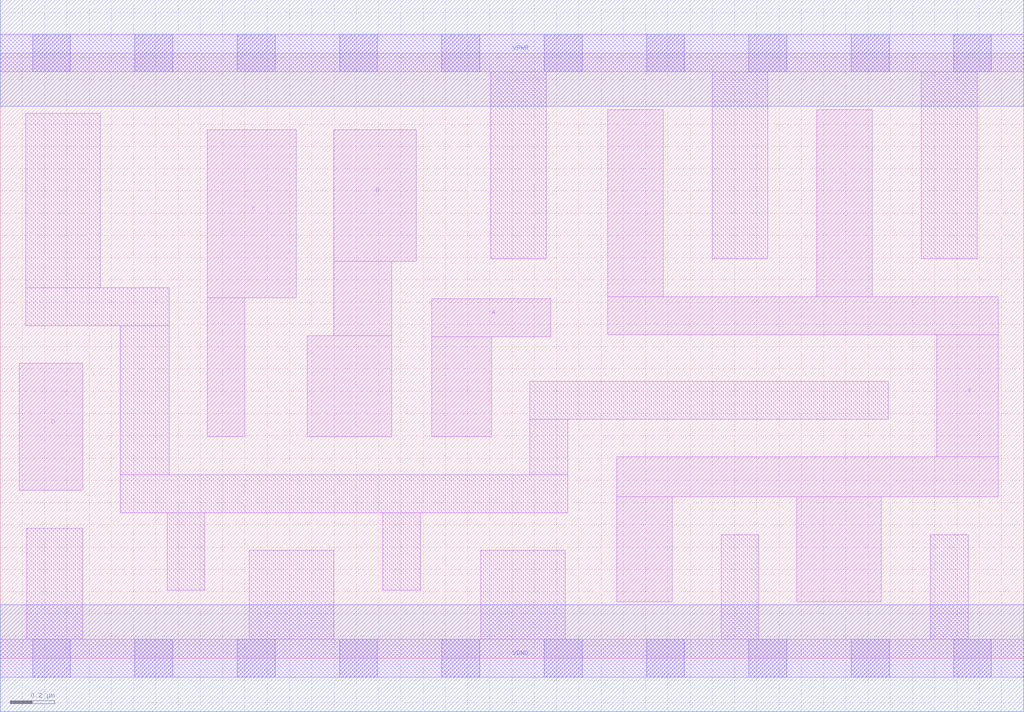
<source format=lef>
# Copyright 2020 The SkyWater PDK Authors
#
# Licensed under the Apache License, Version 2.0 (the "License");
# you may not use this file except in compliance with the License.
# You may obtain a copy of the License at
#
#     https://www.apache.org/licenses/LICENSE-2.0
#
# Unless required by applicable law or agreed to in writing, software
# distributed under the License is distributed on an "AS IS" BASIS,
# WITHOUT WARRANTIES OR CONDITIONS OF ANY KIND, either express or implied.
# See the License for the specific language governing permissions and
# limitations under the License.
#
# SPDX-License-Identifier: Apache-2.0

VERSION 5.7 ;
  NAMESCASESENSITIVE ON ;
  NOWIREEXTENSIONATPIN ON ;
  DIVIDERCHAR "/" ;
  BUSBITCHARS "[]" ;
UNITS
  DATABASE MICRONS 200 ;
END UNITS
PROPERTYDEFINITIONS
  MACRO maskLayoutSubType STRING ;
  MACRO prCellType STRING ;
  MACRO originalViewName STRING ;
END PROPERTYDEFINITIONS
MACRO sky130_fd_sc_hdll__or4_4
  CLASS CORE ;
  FOREIGN sky130_fd_sc_hdll__or4_4 ;
  ORIGIN  0.000000  0.000000 ;
  SIZE  4.600000 BY  2.720000 ;
  SYMMETRY X Y R90 ;
  SITE unithd ;
  PIN A
    ANTENNAGATEAREA  0.277500 ;
    DIRECTION INPUT ;
    USE SIGNAL ;
    PORT
      LAYER li1 ;
        RECT 1.940000 0.995000 2.210000 1.445000 ;
        RECT 1.940000 1.445000 2.475000 1.615000 ;
    END
  END A
  PIN B
    ANTENNAGATEAREA  0.277500 ;
    DIRECTION INPUT ;
    USE SIGNAL ;
    PORT
      LAYER li1 ;
        RECT 1.380000 0.995000 1.760000 1.450000 ;
        RECT 1.500000 1.450000 1.760000 1.785000 ;
        RECT 1.500000 1.785000 1.870000 2.375000 ;
    END
  END B
  PIN C
    ANTENNAGATEAREA  0.277500 ;
    DIRECTION INPUT ;
    USE SIGNAL ;
    PORT
      LAYER li1 ;
        RECT 0.930000 0.995000 1.100000 1.620000 ;
        RECT 0.930000 1.620000 1.330000 2.375000 ;
    END
  END C
  PIN D
    ANTENNAGATEAREA  0.277500 ;
    DIRECTION INPUT ;
    USE SIGNAL ;
    PORT
      LAYER li1 ;
        RECT 0.085000 0.755000 0.370000 1.325000 ;
    END
  END D
  PIN VGND
    ANTENNADIFFAREA  1.075750 ;
    DIRECTION INOUT ;
    USE SIGNAL ;
    PORT
      LAYER met1 ;
        RECT 0.000000 -0.240000 4.600000 0.240000 ;
    END
  END VGND
  PIN VPWR
    ANTENNADIFFAREA  0.970000 ;
    DIRECTION INOUT ;
    USE SIGNAL ;
    PORT
      LAYER met1 ;
        RECT 0.000000 2.480000 4.600000 2.960000 ;
    END
  END VPWR
  PIN X
    ANTENNADIFFAREA  1.028500 ;
    DIRECTION OUTPUT ;
    USE SIGNAL ;
    PORT
      LAYER li1 ;
        RECT 2.730000 1.455000 4.485000 1.625000 ;
        RECT 2.730000 1.625000 2.980000 2.465000 ;
        RECT 2.770000 0.255000 3.020000 0.725000 ;
        RECT 2.770000 0.725000 4.485000 0.905000 ;
        RECT 3.580000 0.255000 3.960000 0.725000 ;
        RECT 3.670000 1.625000 3.920000 2.465000 ;
        RECT 4.210000 0.905000 4.485000 1.455000 ;
    END
  END X
  OBS
    LAYER li1 ;
      RECT 0.000000 -0.085000 4.600000 0.085000 ;
      RECT 0.000000  2.635000 4.600000 2.805000 ;
      RECT 0.115000  1.495000 0.760000 1.665000 ;
      RECT 0.115000  1.665000 0.450000 2.450000 ;
      RECT 0.120000  0.085000 0.370000 0.585000 ;
      RECT 0.540000  0.655000 2.550000 0.825000 ;
      RECT 0.540000  0.825000 0.760000 1.495000 ;
      RECT 0.750000  0.305000 0.920000 0.655000 ;
      RECT 1.120000  0.085000 1.500000 0.485000 ;
      RECT 1.720000  0.305000 1.890000 0.655000 ;
      RECT 2.160000  0.085000 2.540000 0.485000 ;
      RECT 2.205000  1.795000 2.455000 2.635000 ;
      RECT 2.380000  0.825000 2.550000 1.075000 ;
      RECT 2.380000  1.075000 3.990000 1.245000 ;
      RECT 3.200000  1.795000 3.450000 2.635000 ;
      RECT 3.240000  0.085000 3.410000 0.555000 ;
      RECT 4.140000  1.795000 4.390000 2.635000 ;
      RECT 4.180000  0.085000 4.350000 0.555000 ;
    LAYER mcon ;
      RECT 0.145000 -0.085000 0.315000 0.085000 ;
      RECT 0.145000  2.635000 0.315000 2.805000 ;
      RECT 0.605000 -0.085000 0.775000 0.085000 ;
      RECT 0.605000  2.635000 0.775000 2.805000 ;
      RECT 1.065000 -0.085000 1.235000 0.085000 ;
      RECT 1.065000  2.635000 1.235000 2.805000 ;
      RECT 1.525000 -0.085000 1.695000 0.085000 ;
      RECT 1.525000  2.635000 1.695000 2.805000 ;
      RECT 1.985000 -0.085000 2.155000 0.085000 ;
      RECT 1.985000  2.635000 2.155000 2.805000 ;
      RECT 2.445000 -0.085000 2.615000 0.085000 ;
      RECT 2.445000  2.635000 2.615000 2.805000 ;
      RECT 2.905000 -0.085000 3.075000 0.085000 ;
      RECT 2.905000  2.635000 3.075000 2.805000 ;
      RECT 3.365000 -0.085000 3.535000 0.085000 ;
      RECT 3.365000  2.635000 3.535000 2.805000 ;
      RECT 3.825000 -0.085000 3.995000 0.085000 ;
      RECT 3.825000  2.635000 3.995000 2.805000 ;
      RECT 4.285000 -0.085000 4.455000 0.085000 ;
      RECT 4.285000  2.635000 4.455000 2.805000 ;
  END
  PROPERTY maskLayoutSubType "abstract" ;
  PROPERTY prCellType "standard" ;
  PROPERTY originalViewName "layout" ;
END sky130_fd_sc_hdll__or4_4
END LIBRARY

</source>
